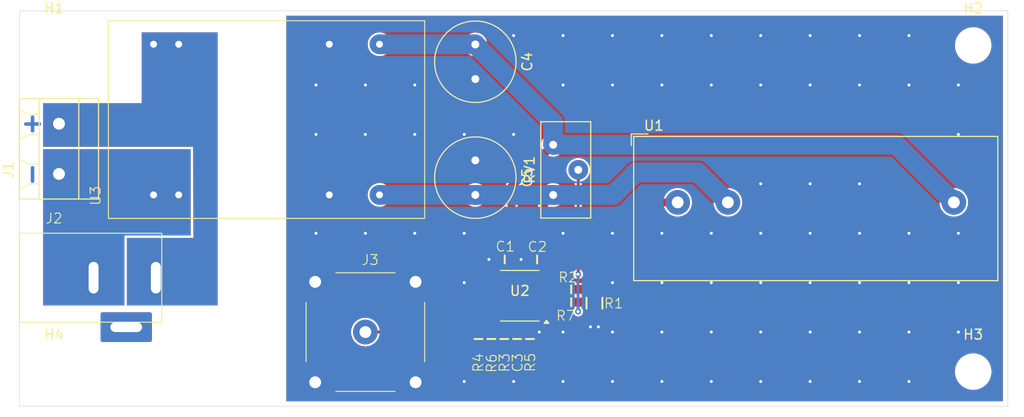
<source format=kicad_pcb>
(kicad_pcb (version 20241229) (generator "pcbnew") (generator_version "9.0")
  (layers (0 "F.Cu" signal) (2 "B.Cu" signal) (13 "F.Paste" user) (15 "B.Paste" user) (5 "F.SilkS" user "F.Silkscreen") (7 "B.SilkS" user "B.Silkscreen") (1 "F.Mask" user) (3 "B.Mask" user) (25 "Edge.Cuts" user))
  (net 0 "")
  (net 1 "GND")
  (net 2 "VCC")
  (net 3 "VEE")
  (net 4 "Net-(U2--)")
  (net 5 "Net-(U1-M)")
  (net 6 "Net-(J3-In)")
  (net 7 "Net-(U2-+)")
  (net 8 "Net-(J1-Pin_2)")
  (net 9 "Net-(J1-Pin_1)")
  (net 10 "Net-(C3-Pad1)")
  (net 12 "Net-(R4-Pad2)")
  (net 13 "Net-(R7-Pad1)")
  (footprint "SMD_Chip:0603" (layer "F.Cu") (at 70.825 93.175 180)
    (property "Reference" "R2" (at 0.325 1.2 0) (layer "F.SilkS") (effects (font (thickness 0.1))))
    (property "Value" "820" (hide yes))
    (fp_line (start 0 -0.4) (end 0 0.4) (stroke (width 0.2)) (layer "F.SilkS"))
    (pad "1" smd rect (at -0.7 0 180) (size 0.8 0.9) (layers "F.Cu" "F.Mask" "F.Paste") (net 5 "Net-(U1-M)"))
    (pad "2" smd rect (at 0.7 0 180) (size 0.8 0.9) (layers "F.Cu" "F.Mask" "F.Paste") (net 7 "Net-(U2-+)"))
  )
  (footprint "SMD_Chip:0603" (layer "F.Cu") (at 65.35 98.2 90)
    (property "Reference" "C3" (at -2.4 0.05 90) (layer "F.SilkS") (effects (font (thickness 0.1))))
    (property "Value" "100p" (hide yes))
    (fp_line (start 0 -0.4) (end 0 0.4) (stroke (width 0.2)) (layer "F.SilkS"))
    (pad "1" smd rect (at -0.7 0 90) (size 0.8 0.9) (layers "F.Cu" "F.Mask" "F.Paste") (net 10 "Net-(C3-Pad1)"))
    (pad "2" smd rect (at 0.7 0 90) (size 0.8 0.9) (layers "F.Cu" "F.Mask" "F.Paste") (net 4 "Net-(U2--)"))
  )
  (footprint "SMD_Chip:0603" (layer "F.Cu") (at 62.75 98.2 90)
    (property "Reference" "R6" (at -2.45 0.025 90) (layer "F.SilkS") (effects (font (thickness 0.1))))
    (property "Value" "0" (hide yes))
    (fp_line (start 0 -0.4) (end 0 0.4) (stroke (width 0.2)) (layer "F.SilkS"))
    (pad "1" smd rect (at -0.7 0 90) (size 0.8 0.9) (layers "F.Cu" "F.Mask" "F.Paste") (net 12 "Net-(R4-Pad2)"))
    (pad "2" smd rect (at 0.7 0 90) (size 0.8 0.9) (layers "F.Cu" "F.Mask" "F.Paste") (net 4 "Net-(U2--)"))
  )
  (footprint "Anschlussklemme:BNC_vertical" (layer "F.Cu") (at 50 97.5)
    (property "Reference" "J3" (at 0.5 -7.3 0) (layer "F.SilkS") (effects (font (thickness 0.1))))
    (property "Value" "Conn_Coaxial" (hide yes))
    (fp_line (start -6 3) (end -6 -3) (stroke (width 0.1)) (layer "F.SilkS"))
    (fp_line (start -3 -6) (end 3 -6) (stroke (width 0.1)) (layer "F.SilkS"))
    (fp_line (start 3 6) (end -3 6) (stroke (width 0.1)) (layer "F.SilkS"))
    (fp_line (start 6 -3) (end 6 3) (stroke (width 0.1)) (layer "F.SilkS"))
    (pad "1" thru_hole circle (at 0 0) (size 2.5 2.5) (drill 1.2) (layers "*.Cu" "*.Mask") (net 6 "Net-(J3-In)"))
    (pad "2" thru_hole circle (at -5.08 -5.08) (size 2.5 2.5) (drill 1.2) (layers "*.Cu" "*.Mask") (net 1 "GND"))
    (pad "2" thru_hole circle (at -5.08 5.08) (size 2.5 2.5) (drill 1.2) (layers "*.Cu" "*.Mask") (net 1 "GND"))
    (pad "2" thru_hole circle (at 5.08 -5.08) (size 2.5 2.5) (drill 1.2) (layers "*.Cu" "*.Mask") (net 1 "GND"))
    (pad "2" thru_hole circle (at 5.08 5.08) (size 2.5 2.5) (drill 1.2) (layers "*.Cu" "*.Mask") (net 1 "GND"))
  )
  (footprint "MountingHole:MountingHole_3.2mm_M3_DIN965" (layer "F.Cu") (at 18.5 68.5)
    (property "Reference" "H1" (at 0 -3.75 0) (layer "F.SilkS"))
    (property "Value" "MountingHole")
    (pad "" np_thru_hole circle (at 0 0) (size 3.2 3.2) (drill 3.2) (layers "*.Cu" "*.Mask"))
  )
  (footprint "Capacitor_THT:C_Radial_D8.0mm_H7.0mm_P3.50mm" (layer "F.Cu") (at 61.125 80.125 -90)
    (property "Reference" "C5" (at 1.75 -5.25 90) (layer "F.SilkS"))
    (property "Value" "10u")
    (fp_circle (center 1.75 0) (end 5.87 0) (stroke (width 0.12)) (fill no) (layer "F.SilkS"))
    (pad "1" thru_hole circle (at 0 0 270) (size 2 2) (drill 0.8) (layers "*.Cu" "*.Mask") (net 1 "GND"))
    (pad "2" thru_hole circle (at 3.5 0 270) (size 2 2) (drill 0.8) (layers "*.Cu" "*.Mask") (net 3 "VEE"))
  )
  (footprint "SMD_Chip:0603" (layer "F.Cu") (at 61.45 98.2 -90)
    (property "Reference" "R4" (at 2.4 0.025 90) (layer "F.SilkS") (effects (font (thickness 0.1))))
    (property "Value" "8.2k" (hide yes))
    (fp_line (start 0 -0.4) (end 0 0.4) (stroke (width 0.2)) (layer "F.SilkS"))
    (pad "1" smd rect (at -0.7 0 270) (size 0.8 0.9) (layers "F.Cu" "F.Mask" "F.Paste") (net 6 "Net-(J3-In)"))
    (pad "2" smd rect (at 0.7 0 270) (size 0.8 0.9) (layers "F.Cu" "F.Mask" "F.Paste") (net 12 "Net-(R4-Pad2)"))
  )
  (footprint "SMD_Chip:0603" (layer "F.Cu") (at 67.375 90.15 180)
    (property "Reference" "C2" (at -0.025 1.275 0) (layer "F.SilkS") (effects (font (thickness 0.1))))
    (property "Value" "100n" (hide yes))
    (fp_line (start 0 -0.4) (end 0 0.4) (stroke (width 0.2)) (layer "F.SilkS"))
    (pad "1" smd rect (at -0.7 0 180) (size 0.8 0.9) (layers "F.Cu" "F.Mask" "F.Paste") (net 3 "VEE"))
    (pad "2" smd rect (at 0.7 0 180) (size 0.8 0.9) (layers "F.Cu" "F.Mask" "F.Paste") (net 1 "GND"))
  )
  (footprint "Anschlussklemme:AKL_101-02_5.08mm" (layer "F.Cu") (at 19 81.5 90)
    (property "Reference" "J1" (at 0.4 -5.12 90) (layer "F.SilkS"))
    (property "Value" "Screw_Terminal_01x02")
    (fp_line (start 7.62 -4) (end 7.62 4) (stroke (width 0.12)) (layer "F.SilkS"))
    (fp_line (start -2.54 -4) (end 7.62 -4) (stroke (width 0.12)) (layer "F.SilkS"))
    (fp_line (start -2.54 -4) (end -2.54 4) (stroke (width 0.12)) (layer "F.SilkS"))
    (fp_line (start 6 -3) (end 6.5 -4) (stroke (width 0.1)) (layer "F.SilkS"))
    (fp_line (start 4 -3) (end 3.5 -4) (stroke (width 0.1)) (layer "F.SilkS"))
    (fp_line (start 1 -3) (end 1.5 -4) (stroke (width 0.1)) (layer "F.SilkS"))
    (fp_line (start -1 -3) (end -1.5 -4) (stroke (width 0.1)) (layer "F.SilkS"))
    (fp_line (start 6 -2) (end 6 -3) (stroke (width 0.1)) (layer "F.SilkS"))
    (fp_line (start 4 -2) (end 4 -3) (stroke (width 0.1)) (layer "F.SilkS"))
    (fp_line (start 1 -2) (end 1 -3) (stroke (width 0.1)) (layer "F.SilkS"))
    (fp_line (start -1 -2) (end -1 -3) (stroke (width 0.1)) (layer "F.SilkS"))
    (fp_line (start -2.54 -2) (end 7.62 -2) (stroke (width 0.12)) (layer "F.SilkS"))
    (fp_line (start -2.54 2) (end 7.62 2) (stroke (width 0.12)) (layer "F.SilkS"))
    (fp_line (start -2.54 4) (end 7.62 4) (stroke (width 0.12)) (layer "F.SilkS"))
    (pad "1" thru_hole circle (at 0 0 90) (size 2.8 2.8) (drill 1.2) (layers "*.Cu" "*.Mask") (net 9 "Net-(J1-Pin_1)"))
    (pad "2" thru_hole circle (at 5.08 0 90) (size 2.8 2.8) (drill 1.2) (layers "*.Cu" "*.Mask") (net 8 "Net-(J1-Pin_2)"))
  )
  (footprint "Anschlussklemme:Hohlbuchse_BKL" (layer "F.Cu") (at 15 87.5)
    (property "Reference" "J2" (at 3.5 -1.5 0) (layer "F.SilkS") (effects (font (thickness 0.1))))
    (property "Value" "Barrel_Jack_Switch" (hide yes))
    (fp_rect (start 0 0) (end 14.4 9) (stroke (width 0.1)) (fill no) (layer "F.SilkS"))
    (pad "1" thru_hole roundrect (at 13.8 4.5 90) (size 5.2 3) (drill oval 3.2 1) (layers "*.Cu" "*.Mask") (roundrect_rratio 0.06666666667) (net 8 "Net-(J1-Pin_2)"))
    (pad "2" thru_hole roundrect (at 7.5 4.5 90) (size 5.2 3) (drill oval 3.2 1) (layers "*.Cu" "*.Mask") (roundrect_rratio 0.06666666667) (net 9 "Net-(J1-Pin_1)"))
    (pad "3" thru_hole roundrect (at 10.8 9.5 180) (size 5.2 3) (drill oval 3.2 1) (layers "*.Cu" "*.Mask") (roundrect_rratio 0.06666666667))
  )
  (footprint "MountingHole:MountingHole_3.2mm_M3_DIN965" (layer "F.Cu") (at 111.5 68.5)
    (property "Reference" "H2" (at 0 -3.75 0) (layer "F.SilkS"))
    (property "Value" "MountingHole")
    (pad "" np_thru_hole circle (at 0 0) (size 3.2 3.2) (drill 3.2) (layers "*.Cu" "*.Mask"))
  )
  (footprint "MountingHole:MountingHole_3.2mm_M3_DIN965" (layer "F.Cu") (at 111.5 101.5)
    (property "Reference" "H3" (at 0 -3.75 0) (layer "F.SilkS"))
    (property "Value" "MountingHole")
    (pad "" np_thru_hole circle (at 0 0) (size 3.2 3.2) (drill 3.2) (layers "*.Cu" "*.Mask"))
  )
  (footprint "Package_SO:SOIC-8_3.9x4.9mm_P1.27mm" (layer "F.Cu") (at 65.625 93.825 180)
    (property "Reference" "U2" (at 0 0.5 0) (layer "F.SilkS"))
    (property "Value" "OPA134")
    (fp_line (start 0 2.56) (end 1.95 2.56) (stroke (width 0.12)) (layer "F.SilkS"))
    (fp_line (start 0 2.56) (end -1.95 2.56) (stroke (width 0.12)) (layer "F.SilkS"))
    (fp_line (start 0 -2.56) (end 1.95 -2.56) (stroke (width 0.12)) (layer "F.SilkS"))
    (fp_line (start 0 -2.56) (end -1.95 -2.56) (stroke (width 0.12)) (layer "F.SilkS"))
    (fp_poly (pts (xy -2.7 -2.465) (xy -2.94 -2.795) (xy -2.46 -2.795)) (stroke (width 0.12)) (fill yes) (layer "F.SilkS"))
    (pad "1" smd roundrect (at -2.475 -1.905 180) (size 1.95 0.6) (layers "F.Cu" "F.Mask" "F.Paste"))
    (pad "2" smd roundrect (at -2.475 -0.635 180) (size 1.95 0.6) (layers "F.Cu" "F.Mask" "F.Paste") (net 4 "Net-(U2--)"))
    (pad "3" smd roundrect (at -2.475 0.635 180) (size 1.95 0.6) (layers "F.Cu" "F.Mask" "F.Paste") (net 7 "Net-(U2-+)"))
    (pad "4" smd roundrect (at -2.475 1.905 180) (size 1.95 0.6) (layers "F.Cu" "F.Mask" "F.Paste") (net 3 "VEE"))
    (pad "5" smd roundrect (at 2.475 1.905 180) (size 1.95 0.6) (layers "F.Cu" "F.Mask" "F.Paste"))
    (pad "6" smd roundrect (at 2.475 0.635 180) (size 1.95 0.6) (layers "F.Cu" "F.Mask" "F.Paste") (net 6 "Net-(J3-In)"))
    (pad "7" smd roundrect (at 2.475 -0.635 180) (size 1.95 0.6) (layers "F.Cu" "F.Mask" "F.Paste") (net 2 "VCC"))
    (pad "8" smd roundrect (at 2.475 -1.905 180) (size 1.95 0.6) (layers "F.Cu" "F.Mask" "F.Paste"))
  )
  (footprint "SMD_Chip:0603" (layer "F.Cu") (at 70.825 94.475 180)
    (property "Reference" "R7" (at 0.55 -1.375 0) (layer "F.SilkS") (effects (font (thickness 0.1))))
    (property "Value" "220k" (hide yes))
    (fp_line (start 0 -0.4) (end 0 0.4) (stroke (width 0.2)) (layer "F.SilkS"))
    (pad "1" smd rect (at -0.7 0 180) (size 0.8 0.9) (layers "F.Cu" "F.Mask" "F.Paste") (net 13 "Net-(R7-Pad1)"))
    (pad "2" smd rect (at 0.7 0 180) (size 0.8 0.9) (layers "F.Cu" "F.Mask" "F.Paste") (net 4 "Net-(U2--)"))
  )
  (footprint "Potentiometer_THT:Potentiometer_Bourns_3296Y_Vertical" (layer "F.Cu") (at 69 78.55 90)
    (property "Reference" "RV1" (at -2.54 -2.39 90) (layer "F.SilkS"))
    (property "Value" "220k")
    (fp_line (start 2.335 -1.25) (end 2.335 3.8) (stroke (width 0.12)) (layer "F.SilkS"))
    (fp_line (start -7.415 -1.25) (end 2.335 -1.25) (stroke (width 0.12)) (layer "F.SilkS"))
    (fp_line (start 2.335 3.8) (end -7.415 3.8) (stroke (width 0.12)) (layer "F.SilkS"))
    (fp_line (start -7.415 3.8) (end -7.415 -1.25) (stroke (width 0.12)) (layer "F.SilkS"))
    (pad "1" thru_hole circle (at 0 0 90) (size 2 2) (drill 0.8) (layers "*.Cu" "*.Mask") (net 2 "VCC"))
    (pad "2" thru_hole circle (at -2.54 2.54 90) (size 2 2) (drill 0.8) (layers "*.Cu" "*.Mask") (net 13 "Net-(R7-Pad1)"))
    (pad "3" thru_hole circle (at -5.08 0 90) (size 2 2) (drill 0.8) (layers "*.Cu" "*.Mask") (net 3 "VEE"))
  )
  (footprint "DCDC_Module:TEN5" (layer "F.Cu") (at 40 76 90)
    (property "Reference" "U3" (at -7.7 -17.3 90) (layer "F.SilkS") (effects (font (thickness 0.1))))
    (property "Value" "TEN5-1223" (hide yes))
    (fp_rect (start -10 -16) (end 10 16) (stroke (width 0.1)) (fill no) (layer "F.SilkS"))
    (pad "2" thru_hole circle (at -7.62 -11.43 90) (size 2 2) (drill 0.7) (layers "*.Cu" "*.Mask") (net 9 "Net-(J1-Pin_1)"))
    (pad "3" thru_hole circle (at -7.62 -8.89 90) (size 2 2) (drill 0.7) (layers "*.Cu" "*.Mask") (net 9 "Net-(J1-Pin_1)"))
    (pad "9" thru_hole circle (at -7.62 6.35 90) (size 2 2) (drill 0.7) (layers "*.Cu" "*.Mask") (net 1 "GND"))
    (pad "11" thru_hole circle (at -7.62 11.43 90) (size 2 2) (drill 0.7) (layers "*.Cu" "*.Mask") (net 3 "VEE"))
    (pad "14" thru_hole circle (at 7.62 11.43 90) (size 2 2) (drill 0.7) (layers "*.Cu" "*.Mask") (net 2 "VCC"))
    (pad "16" thru_hole circle (at 7.62 6.35 90) (size 2 2) (drill 0.7) (layers "*.Cu" "*.Mask") (net 1 "GND"))
    (pad "22" thru_hole circle (at 7.62 -8.89 90) (size 2 2) (drill 0.7) (layers "*.Cu" "*.Mask") (net 8 "Net-(J1-Pin_2)"))
    (pad "23" thru_hole circle (at 7.62 -11.43 90) (size 2 2) (drill 0.7) (layers "*.Cu" "*.Mask") (net 8 "Net-(J1-Pin_2)"))
  )
  (footprint "SMD_Chip:1206" (layer "F.Cu") (at 73.175 94.575 90)
    (property "Reference" "R1" (at -0.025 1.95 0) (layer "F.SilkS") (effects (font (thickness 0.1))))
    (property "Value" "100" (hide yes))
    (fp_line (start 0.55 -0.8) (end -0.55 -0.8) (stroke (width 0.2)) (layer "F.SilkS"))
    (fp_line (start 0.55 0.8) (end -0.55 0.8) (stroke (width 0.2)) (layer "F.SilkS"))
    (pad "1" smd rect (at -1.4 0 90) (size 1 1.7) (layers "F.Cu" "F.Mask" "F.Paste") (net 1 "GND"))
    (pad "2" smd rect (at 1.4 0 90) (size 1 1.7) (layers "F.Cu" "F.Mask" "F.Paste") (net 5 "Net-(U1-M)"))
  )
  (footprint "Sensor_Current:LEM_LA25-P" (layer "F.Cu") (at 81.6 84.375)
    (property "Reference" "U1" (at -2.413 -7.767 0) (layer "F.SilkS"))
    (property "Value" "LA55-P")
    (fp_line (start -4.7 -6.92) (end -4.7 -5.75) (stroke (width 0.12)) (layer "F.SilkS"))
    (fp_line (start -4.45 -6.67) (end -4.45 7.92) (stroke (width 0.12)) (layer "F.SilkS"))
    (fp_line (start -4.45 7.92) (end 32.39 7.92) (stroke (width 0.12)) (layer "F.SilkS"))
    (fp_line (start -3 -6.92) (end -4.7 -6.92) (stroke (width 0.12)) (layer "F.SilkS"))
    (fp_line (start 32.39 -6.67) (end -4.45 -6.67) (stroke (width 0.12)) (layer "F.SilkS"))
    (fp_line (start 32.39 7.92) (end 32.39 -6.67) (stroke (width 0.12)) (layer "F.SilkS"))
    (pad "1" thru_hole circle (at 0 0) (size 2.5 2.5) (drill 1.2) (layers "*.Cu" "*.Mask") (net 5 "Net-(U1-M)"))
    (pad "2" thru_hole circle (at 5.08 0) (size 2.5 2.5) (drill 1.2) (layers "*.Cu" "*.Mask") (net 3 "VEE"))
    (pad "3" thru_hole circle (at 27.94 0) (size 2.5 2.5) (drill 1.2) (layers "*.Cu" "*.Mask") (net 2 "VCC"))
  )
  (footprint "MountingHole:MountingHole_3.2mm_M3_DIN965" (layer "F.Cu") (at 18.5 101.5)
    (property "Reference" "H4" (at 0 -3.75 0) (layer "F.SilkS"))
    (property "Value" "MountingHole")
    (pad "" np_thru_hole circle (at 0 0) (size 3.2 3.2) (drill 3.2) (layers "*.Cu" "*.Mask"))
  )
  (footprint "SMD_Chip:0603" (layer "F.Cu") (at 66.65 98.2 -90)
    (property "Reference" "R5" (at 2.375 -0.025 90) (layer "F.SilkS") (effects (font (thickness 0.1))))
    (property "Value" "4.3" (hide yes))
    (fp_line (start 0 -0.4) (end 0 0.4) (stroke (width 0.2)) (layer "F.SilkS"))
    (pad "1" smd rect (at -0.7 0 270) (size 0.8 0.9) (layers "F.Cu" "F.Mask" "F.Paste") (net 1 "GND"))
    (pad "2" smd rect (at 0.7 0 270) (size 0.8 0.9) (layers "F.Cu" "F.Mask" "F.Paste") (net 10 "Net-(C3-Pad1)"))
  )
  (footprint "SMD_Chip:0603" (layer "F.Cu") (at 64.1 90.15 180)
    (property "Reference" "C1" (at -0.05 1.3 0) (layer "F.SilkS") (effects (font (thickness 0.1))))
    (property "Value" "100n" (hide yes))
    (fp_line (start 0 -0.4) (end 0 0.4) (stroke (width 0.2)) (layer "F.SilkS"))
    (pad "1" smd rect (at -0.7 0 180) (size 0.8 0.9) (layers "F.Cu" "F.Mask" "F.Paste") (net 2 "VCC"))
    (pad "2" smd rect (at 0.7 0 180) (size 0.8 0.9) (layers "F.Cu" "F.Mask" "F.Paste") (net 1 "GND"))
  )
  (footprint "SMD_Chip:0603" (layer "F.Cu") (at 64.05 98.2 90)
    (property "Reference" "R3" (at -2.4 0.025 90) (layer "F.SilkS") (effects (font (thickness 0.1))))
    (property "Value" "910" (hide yes))
    (fp_line (start 0 -0.4) (end 0 0.4) (stroke (width 0.2)) (layer "F.SilkS"))
    (pad "1" smd rect (at -0.7 0 90) (size 0.8 0.9) (layers "F.Cu" "F.Mask" "F.Paste") (net 10 "Net-(C3-Pad1)"))
    (pad "2" smd rect (at 0.7 0 90) (size 0.8 0.9) (layers "F.Cu" "F.Mask" "F.Paste") (net 4 "Net-(U2--)"))
  )
  (footprint "Capacitor_THT:C_Radial_D8.0mm_H7.0mm_P3.50mm" (layer "F.Cu") (at 61.125 68.4 -90)
    (property "Reference" "C4" (at 1.75 -5.25 90) (layer "F.SilkS"))
    (property "Value" "10u")
    (fp_circle (center 1.75 0) (end 5.87 0) (stroke (width 0.12)) (fill no) (layer "F.SilkS"))
    (pad "1" thru_hole circle (at 0 0 270) (size 2 2) (drill 0.8) (layers "*.Cu" "*.Mask") (net 2 "VCC"))
    (pad "2" thru_hole circle (at 3.5 0 270) (size 2 2) (drill 0.8) (layers "*.Cu" "*.Mask") (net 1 "GND"))
  )
  (gr_rect (start 15 65) (end 115 105) (stroke (width 0.05)) (fill no) (layer "Edge.Cuts"))
  (gr_text "-" (at 17.25 80.2 90) (layer "B.Cu") (effects (font (size 1.8 1.8) (thickness 0.36) (bold yes)) (justify left bottom mirror)))
  (gr_text "+" (at 17.25 75.1 90) (layer "B.Cu") (effects (font (size 1.8 1.8) (thickness 0.36) (bold yes)) (justify left bottom mirror)))
  (via (at 90 92.5) (size 0.6) (drill 0.3) (layers "F.Cu" "B.Cu") (net 1))
  (via (at 55 72.5) (size 0.6) (drill 0.3) (layers "F.Cu" "B.Cu") (net 1))
  (via (at 45 87.5) (size 0.6) (drill 0.3) (layers "F.Cu" "B.Cu") (net 1))
  (via (at 95 67.5) (size 0.6) (drill 0.3) (layers "F.Cu" "B.Cu") (net 1))
  (via (at 70 67.5) (size 0.6) (drill 0.3) (layers "F.Cu" "B.Cu") (net 1))
  (via (at 55 77.5) (size 0.6) (drill 0.3) (layers "F.Cu" "B.Cu") (net 1))
  (via (at 75 97.5) (size 0.6) (drill 0.3) (layers "F.Cu" "B.Cu") (net 1))
  (via (at 80 97.5) (size 0.6) (drill 0.3) (layers "F.Cu" "B.Cu") (net 1))
  (via (at 65 77.5) (size 0.6) (drill 0.3) (layers "F.Cu" "B.Cu") (net 1))
  (via (at 80 87.5) (size 0.6) (drill 0.3) (layers "F.Cu" "B.Cu") (net 1))
  (via (at 55 87.5) (size 0.6) (drill 0.3) (layers "F.Cu" "B.Cu") (net 1))
  (via (at 50 87.5) (size 0.6) (drill 0.3) (layers "F.Cu" "B.Cu") (net 1))
  (via (at 105 92.5) (size 0.6) (drill 0.3) (layers "F.Cu" "B.Cu") (net 1))
  (via (at 70 102.5) (size 0.6) (drill 0.3) (layers "F.Cu" "B.Cu") (net 1))
  (via (at 62.5 90.15) (size 0.6) (drill 0.3) (layers "F.Cu" "B.Cu") (net 1))
  (via (at 75 67.5) (size 0.6) (drill 0.3) (layers "F.Cu" "B.Cu") (net 1))
  (via (at 95 82.5) (size 0.6) (drill 0.3) (layers "F.Cu" "B.Cu") (net 1))
  (via (at 70 72.5) (size 0.6) (drill 0.3) (layers "F.Cu" "B.Cu") (net 1))
  (via (at 50 77.5) (size 0.6) (drill 0.3) (layers "F.Cu" "B.Cu") (net 1))
  (via (at 80 102.5) (size 0.6) (drill 0.3) (layers "F.Cu" "B.Cu") (net 1))
  (via (at 85 67.5) (size 0.6) (drill 0.3) (layers "F.Cu" "B.Cu") (net 1))
  (via (at 90 87.5) (size 0.6) (drill 0.3) (layers "F.Cu" "B.Cu") (net 1))
  (via (at 95 102.5) (size 0.6) (drill 0.3) (layers "F.Cu" "B.Cu") (net 1))
  (via (at 60 102.5) (size 0.6) (drill 0.3) (layers "F.Cu" "B.Cu") (net 1))
  (via (at 95 72.5) (size 0.6) (drill 0.3) (layers "F.Cu" "B.Cu") (net 1))
  (via (at 100 72.5) (size 0.6) (drill 0.3) (layers "F.Cu" "B.Cu") (net 1))
  (via (at 105 72.5) (size 0.6) (drill 0.3) (layers "F.Cu" "B.Cu") (net 1))
  (via (at 100 82.5) (size 0.6) (drill 0.3) (layers "F.Cu" "B.Cu") (net 1))
  (via (at 100 92.5) (size 0.6) (drill 0.3) (layers "F.Cu" "B.Cu") (net 1))
  (via (at 100 87.5) (size 0.6) (drill 0.3) (layers "F.Cu" "B.Cu") (net 1))
  (via (at 70 87.5) (size 0.6) (drill 0.3) (layers "F.Cu" "B.Cu") (net 1))
  (via (at 85 92.5) (size 0.6) (drill 0.3) (layers "F.Cu" "B.Cu") (net 1))
  (via (at 50 72.5) (size 0.6) (drill 0.3) (layers "F.Cu" "B.Cu") (net 1))
  (via (at 85 102.5) (size 0.6) (drill 0.3) (layers "F.Cu" "B.Cu") (net 1))
  (via (at 80 72.5) (size 0.6) (drill 0.3) (layers "F.Cu" "B.Cu") (net 1))
  (via (at 60 87.5) (size 0.6) (drill 0.3) (layers "F.Cu" "B.Cu") (net 1))
  (via (at 90 82.5) (size 0.6) (drill 0.3) (layers "F.Cu" "B.Cu") (net 1))
  (via (at 100 102.5) (size 0.6) (drill 0.3) (layers "F.Cu" "B.Cu") (net 1))
  (via (at 110 77.5) (size 0.6) (drill 0.3) (layers "F.Cu" "B.Cu") (net 1))
  (via (at 90 72.5) (size 0.6) (drill 0.3) (layers "F.Cu" "B.Cu") (net 1))
  (via (at 65 102.5) (size 0.6) (drill 0.3) (layers "F.Cu" "B.Cu") (net 1))
  (via (at 73.575 96.975) (size 0.6) (drill 0.3) (layers "F.Cu" "B.Cu") (net 1))
  (via (at 85 97.5) (size 0.6) (drill 0.3) (layers "F.Cu" "B.Cu") (net 1))
  (via (at 100 97.5) (size 0.6) (drill 0.3) (layers "F.Cu" "B.Cu") (net 1))
  (via (at 75 92.5) (size 0.6) (drill 0.3) (layers "F.Cu" "B.Cu") (net 1))
  (via (at 45 77.5) (size 0.6) (drill 0.3) (layers "F.Cu" "B.Cu") (net 1))
  (via (at 110 87.5) (size 0.6) (drill 0.3) (layers "F.Cu" "B.Cu") (net 1))
  (via (at 110 72.5) (size 0.6) (drill 0.3) (layers "F.Cu" "B.Cu") (net 1))
  (via (at 75 102.5) (size 0.6) (drill 0.3) (layers "F.Cu" "B.Cu") (net 1))
  (via (at 95 97.5) (size 0.6) (drill 0.3) (layers "F.Cu" "B.Cu") (net 1))
  (via (at 65 67.5) (size 0.6) (drill 0.3) (layers "F.Cu" "B.Cu") (net 1))
  (via (at 45 72.5) (size 0.6) (drill 0.3) (layers "F.Cu" "B.Cu") (net 1))
  (via (at 60 77.5) (size 0.6) (drill 0.3) (layers "F.Cu" "B.Cu") (net 1))
  (via (at 80 67.5) (size 0.6) (drill 0.3) (layers "F.Cu" "B.Cu") (net 1))
  (via (at 105 97.5) (size 0.6) (drill 0.3) (layers "F.Cu" "B.Cu") (net 1))
  (via (at 70 97.5) (size 0.6) (drill 0.3) (layers "F.Cu" "B.Cu") (net 1))
  (via (at 90 97.5) (size 0.6) (drill 0.3) (layers "F.Cu" "B.Cu") (net 1))
  (via (at 95 92.5) (size 0.6) (drill 0.3) (layers "F.Cu" "B.Cu") (net 1))
  (via (at 105 102.5) (size 0.6) (drill 0.3) (layers "F.Cu" "B.Cu") (net 1))
  (via (at 110 97.5) (size 0.6) (drill 0.3) (layers "F.Cu" "B.Cu") (net 1))
  (via (at 110 92.5) (size 0.6) (drill 0.3) (layers "F.Cu" "B.Cu") (net 1))
  (via (at 67.6 97.5) (size 0.6) (drill 0.3) (layers "F.Cu" "B.Cu") (net 1))
  (via (at 60 92.5) (size 0.6) (drill 0.3) (layers "F.Cu" "B.Cu") (net 1))
  (via (at 75 87.5) (size 0.6) (drill 0.3) (layers "F.Cu" "B.Cu") (net 1))
  (via (at 75 72.5) (size 0.6) (drill 0.3) (layers "F.Cu" "B.Cu") (net 1))
  (via (at 90 102.5) (size 0.6) (drill 0.3) (layers "F.Cu" "B.Cu") (net 1))
  (via (at 105 87.5) (size 0.6) (drill 0.3) (layers "F.Cu" "B.Cu") (net 1))
  (via (at 105 67.5) (size 0.6) (drill 0.3) (layers "F.Cu" "B.Cu") (net 1))
  (via (at 85 72.5) (size 0.6) (drill 0.3) (layers "F.Cu" "B.Cu") (net 1))
  (via (at 80 92.5) (size 0.6) (drill 0.3) (layers "F.Cu" "B.Cu") (net 1))
  (via (at 90 67.5) (size 0.6) (drill 0.3) (layers "F.Cu" "B.Cu") (net 1))
  (via (at 100 67.5) (size 0.6) (drill 0.3) (layers "F.Cu" "B.Cu") (net 1))
  (via (at 65.75 90.15) (size 0.6) (drill 0.3) (layers "F.Cu" "B.Cu") (net 1))
  (via (at 85 87.5) (size 0.6) (drill 0.3) (layers "F.Cu" "B.Cu") (net 1))
  (via (at 72.775 96.975) (size 0.6) (drill 0.3) (layers "F.Cu" "B.Cu") (net 1))
  (via (at 95 87.5) (size 0.6) (drill 0.3) (layers "F.Cu" "B.Cu") (net 1))
  (segment (start 63.15 94.46) (end 64.34 94.46) (width 0.3) (layer "F.Cu") (net 2))
  (segment (start 64.8 90.15) (end 64.8 82.75) (width 0.8) (layer "F.Cu") (net 2))
  (segment (start 64.8 94) (end 64.8 90.15) (width 0.3) (layer "F.Cu") (net 2))
  (segment (start 64.8 82.75) (end 69 78.55) (width 0.8) (layer "F.Cu") (net 2))
  (segment (start 64.34 94.46) (end 64.8 94) (width 0.3) (layer "F.Cu") (net 2))
  (segment (start 103.715 78.55) (end 109.54 84.375) (width 2) (layer "B.Cu") (net 2))
  (segment (start 69 78.55) (end 103.715 78.55) (width 2) (layer "B.Cu") (net 2))
  (segment (start 69 76.275) (end 69 78.55) (width 2) (layer "B.Cu") (net 2))
  (segment (start 61.105 68.38) (end 61.125 68.4) (width 2) (layer "B.Cu") (net 2))
  (segment (start 61.125 68.4) (end 69 76.275) (width 2) (layer "B.Cu") (net 2))
  (segment (start 51.43 68.38) (end 61.105 68.38) (width 2) (layer "B.Cu") (net 2))
  (segment (start 68.075 84.555) (end 69 83.63) (width 0.8) (layer "F.Cu") (net 3))
  (segment (start 68.1 91.92) (end 68.1 90.175) (width 0.3) (layer "F.Cu") (net 3))
  (segment (start 68.075 90.15) (end 68.075 84.555) (width 0.8) (layer "F.Cu") (net 3))
  (segment (start 68.1 90.175) (end 68.075 90.15) (width 0.3) (layer "F.Cu") (net 3))
  (segment (start 61.12 83.62) (end 61.125 83.625) (width 2) (layer "B.Cu") (net 3))
  (segment (start 51.43 83.62) (end 61.12 83.62) (width 2) (layer "B.Cu") (net 3))
  (segment (start 69 83.63) (end 75.07 83.63) (width 2) (layer "B.Cu") (net 3))
  (segment (start 77.35 81.35) (end 83.655 81.35) (width 2) (layer "B.Cu") (net 3))
  (segment (start 83.655 81.35) (end 86.68 84.375) (width 2) (layer "B.Cu") (net 3))
  (segment (start 61.125 83.625) (end 68.995 83.625) (width 2) (layer "B.Cu") (net 3))
  (segment (start 68.995 83.625) (end 69 83.63) (width 2) (layer "B.Cu") (net 3))
  (segment (start 75.07 83.63) (end 77.35 81.35) (width 2) (layer "B.Cu") (net 3))
  (segment (start 70.11 94.46) (end 70.125 94.475) (width 0.3) (layer "F.Cu") (net 4))
  (segment (start 68.1 94.46) (end 70.11 94.46) (width 0.3) (layer "F.Cu") (net 4))
  (segment (start 65.35 97.5) (end 64.05 97.5) (width 0.3) (layer "F.Cu") (net 4))
  (segment (start 70.085 94.46) (end 70.125 94.5) (width 0.3) (layer "F.Cu") (net 4))
  (segment (start 65.35 95.525) (end 66.415 94.46) (width 0.3) (layer "F.Cu") (net 4))
  (segment (start 65.35 97.5) (end 65.35 95.525) (width 0.3) (layer "F.Cu") (net 4))
  (segment (start 64.05 97.5) (end 62.75 97.5) (width 0.3) (layer "F.Cu") (net 4))
  (segment (start 66.415 94.46) (end 68.1 94.46) (width 0.3) (layer "F.Cu") (net 4))
  (segment (start 71.525 93.175) (end 73.175 93.175) (width 0.3) (layer "F.Cu") (net 5))
  (segment (start 81.6 84.375) (end 79.625 84.375) (width 0.8) (layer "F.Cu") (net 5))
  (segment (start 79.625 84.375) (end 73.175 90.825) (width 0.8) (layer "F.Cu") (net 5))
  (segment (start 73.175 90.825) (end 73.175 93.175) (width 0.8) (layer "F.Cu") (net 5))
  (segment (start 61.45 97.5) (end 50 97.5) (width 0.3) (layer "F.Cu") (net 6))
  (segment (start 61.45 97.5) (end 61.45 93.725) (width 0.3) (layer "F.Cu") (net 6))
  (segment (start 61.985 93.19) (end 63.15 93.19) (width 0.3) (layer "F.Cu") (net 6))
  (segment (start 61.45 93.725) (end 61.985 93.19) (width 0.3) (layer "F.Cu") (net 6))
  (segment (start 70.11 93.19) (end 70.125 93.175) (width 0.3) (layer "F.Cu") (net 7))
  (segment (start 68.1 93.19) (end 70.11 93.19) (width 0.3) (layer "F.Cu") (net 7))
  (segment (start 70.115 93.19) (end 70.125 93.2) (width 0.3) (layer "F.Cu") (net 7))
  (segment (start 65.35 98.9) (end 66.65 98.9) (width 0.3) (layer "F.Cu") (net 10))
  (segment (start 64.05 98.9) (end 65.35 98.9) (width 0.3) (layer "F.Cu") (net 10))
  (segment (start 61.45 98.9) (end 62.75 98.9) (width 0.3) (layer "F.Cu") (net 12))
  (segment (start 71.525 94.475) (end 71.525 95.425) (width 0.3) (layer "F.Cu") (net 13))
  (segment (start 71.525 91.65) (end 71.54 91.635) (width 0.3) (layer "F.Cu") (net 13))
  (segment (start 71.54 91.635) (end 71.54 81.09) (width 0.3) (layer "F.Cu") (net 13))
  (via (at 71.525 95.425) (size 0.6) (drill 0.3) (layers "F.Cu" "B.Cu") (net 13))
  (via (at 71.525 91.65) (size 0.6) (drill 0.3) (layers "F.Cu" "B.Cu") (net 13))
  (segment (start 71.525 95.425) (end 71.525 91.65) (width 0.3) (layer "B.Cu") (net 13))
  (zone (net 1) (net_name "GND") (layers "F.Cu" "B.Cu") (connect_pads yes (clearance 0.2)) (min_thickness 0.025) (fill yes (thermal_gap 0.5) (thermal_bridge_width 0.5))
    (polygon (pts (xy 42 105) (xy 42 65) (xy 115 65) (xy 115 105)))
  )
  (zone (net 9) (net_name "Net-(J1-Pin_1)") (layers "F.Cu" "B.Cu") (priority 2) (connect_pads yes (clearance 0.2)) (min_thickness 0.025) (fill yes (thermal_gap 0.5) (thermal_bridge_width 0.5))
    (polygon (pts (xy 17.4 79) (xy 32.325 79) (xy 32.325 87.725) (xy 25.625 87.725) (xy 25.625 94.8) (xy 17.4 94.8)))
  )
  (zone (net 8) (net_name "Net-(J1-Pin_2)") (layers "F.Cu" "B.Cu") (priority 1) (connect_pads yes (clearance 0.2)) (min_thickness 0.025) (fill yes (thermal_gap 0.5) (thermal_bridge_width 0.5))
    (polygon (pts (xy 17.4 78.75) (xy 17.4 74.35) (xy 27.375 74.35) (xy 27.375 67.175) (xy 35.05 67.175) (xy 35.05 94.8) (xy 25.875 94.8) (xy 25.875 87.975) (xy 32.6 87.975) (xy 32.576822 78.75)))
  )
)
</source>
